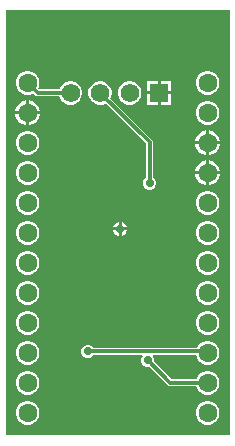
<source format=gbr>
%TF.GenerationSoftware,Altium Limited,Altium Designer,23.7.1 (13)*%
G04 Layer_Physical_Order=2*
G04 Layer_Color=16711680*
%FSLAX45Y45*%
%MOMM*%
%TF.SameCoordinates,324F84FA-45DE-4E37-BCC6-85F6FB8D9206*%
%TF.FilePolarity,Positive*%
%TF.FileFunction,Copper,L2,Bot,Signal*%
%TF.Part,Single*%
G01*
G75*
%TA.AperFunction,Conductor*%
%ADD16C,0.30480*%
%TA.AperFunction,ComponentPad*%
%ADD17C,1.60000*%
%ADD18R,1.57500X1.57500*%
%ADD19C,1.57500*%
%TA.AperFunction,ViaPad*%
%ADD20C,0.70000*%
G36*
X5650000Y2900000D02*
X3750000D01*
Y6500000D01*
X5650000D01*
Y2900000D01*
D02*
G37*
%LPC*%
G36*
X5154153Y5904148D02*
X5062703D01*
Y5812699D01*
X5154153D01*
Y5904148D01*
D02*
G37*
G36*
X5037303D02*
X4945853D01*
Y5812699D01*
X5037303D01*
Y5904148D01*
D02*
G37*
G36*
X5472665Y5984500D02*
X5446335D01*
X5420902Y5977685D01*
X5398099Y5964520D01*
X5379480Y5945901D01*
X5366315Y5923098D01*
X5359500Y5897665D01*
Y5871335D01*
X5366315Y5845902D01*
X5379480Y5823099D01*
X5398099Y5804480D01*
X5420902Y5791315D01*
X5446335Y5784500D01*
X5472665D01*
X5498098Y5791315D01*
X5520901Y5804480D01*
X5539520Y5823099D01*
X5552685Y5845902D01*
X5559500Y5871335D01*
Y5897665D01*
X5552685Y5923098D01*
X5539520Y5945901D01*
X5520901Y5964520D01*
X5498098Y5977685D01*
X5472665Y5984500D01*
D02*
G37*
G36*
X4813001Y5898748D02*
X4787000D01*
X4761885Y5892019D01*
X4739367Y5879018D01*
X4720981Y5860632D01*
X4707980Y5838115D01*
X4701251Y5812999D01*
Y5786998D01*
X4707980Y5761883D01*
X4720981Y5739365D01*
X4739367Y5720979D01*
X4761885Y5707978D01*
X4787000Y5701249D01*
X4813001D01*
X4838117Y5707978D01*
X4860634Y5720979D01*
X4879020Y5739365D01*
X4892021Y5761883D01*
X4898750Y5786998D01*
Y5812999D01*
X4892021Y5838115D01*
X4879020Y5860632D01*
X4860634Y5879018D01*
X4838117Y5892019D01*
X4813001Y5898748D01*
D02*
G37*
G36*
X3948665Y5984500D02*
X3922335D01*
X3896902Y5977685D01*
X3874099Y5964520D01*
X3855480Y5945901D01*
X3842315Y5923098D01*
X3835500Y5897665D01*
Y5871335D01*
X3842315Y5845902D01*
X3855480Y5823099D01*
X3874099Y5804480D01*
X3896902Y5791315D01*
X3922335Y5784500D01*
X3948665D01*
X3974098Y5791315D01*
X3983164Y5796549D01*
X3999858Y5779856D01*
X3999858Y5779855D01*
X4009100Y5773680D01*
X4020002Y5771511D01*
X4020003Y5771511D01*
X4205401D01*
X4207981Y5761883D01*
X4220982Y5739365D01*
X4239368Y5720979D01*
X4261886Y5707978D01*
X4287001Y5701249D01*
X4313002D01*
X4338118Y5707978D01*
X4360635Y5720979D01*
X4379021Y5739365D01*
X4392022Y5761883D01*
X4398751Y5786998D01*
Y5812999D01*
X4392022Y5838115D01*
X4379021Y5860632D01*
X4360635Y5879018D01*
X4338118Y5892019D01*
X4313002Y5898748D01*
X4287001D01*
X4261886Y5892019D01*
X4239368Y5879018D01*
X4220982Y5860632D01*
X4207981Y5838115D01*
X4205401Y5828486D01*
X4031842D01*
X4024127Y5838007D01*
X4028685Y5845902D01*
X4035500Y5871335D01*
Y5897665D01*
X4028685Y5923098D01*
X4015520Y5945901D01*
X3996901Y5964520D01*
X3974098Y5977685D01*
X3948665Y5984500D01*
D02*
G37*
G36*
X5154153Y5787299D02*
X5062703D01*
Y5695849D01*
X5154153D01*
Y5787299D01*
D02*
G37*
G36*
X5037303D02*
X4945853D01*
Y5695849D01*
X5037303D01*
Y5787299D01*
D02*
G37*
G36*
X3949376Y5735900D02*
X3948200D01*
Y5643201D01*
X4040900D01*
Y5644376D01*
X4033717Y5671183D01*
X4019841Y5695217D01*
X4000217Y5714841D01*
X3976183Y5728717D01*
X3949376Y5735900D01*
D02*
G37*
G36*
X3922800D02*
X3921624D01*
X3894817Y5728717D01*
X3870783Y5714841D01*
X3851159Y5695217D01*
X3837283Y5671183D01*
X3830100Y5644376D01*
Y5643201D01*
X3922800D01*
Y5735900D01*
D02*
G37*
G36*
X5472665Y5730500D02*
X5446335D01*
X5420902Y5723685D01*
X5398099Y5710520D01*
X5379480Y5691901D01*
X5366315Y5669098D01*
X5359500Y5643665D01*
Y5617335D01*
X5366315Y5591902D01*
X5379480Y5569099D01*
X5398099Y5550480D01*
X5420902Y5537315D01*
X5446335Y5530500D01*
X5472665D01*
X5498098Y5537315D01*
X5520901Y5550480D01*
X5539520Y5569099D01*
X5552685Y5591902D01*
X5559500Y5617335D01*
Y5643665D01*
X5552685Y5669098D01*
X5539520Y5691901D01*
X5520901Y5710520D01*
X5498098Y5723685D01*
X5472665Y5730500D01*
D02*
G37*
G36*
X4040900Y5617801D02*
X3948200D01*
Y5525100D01*
X3949376D01*
X3976183Y5532283D01*
X4000217Y5546159D01*
X4019841Y5565783D01*
X4033717Y5589817D01*
X4040900Y5616624D01*
Y5617801D01*
D02*
G37*
G36*
X3922800D02*
X3830100D01*
Y5616624D01*
X3837283Y5589817D01*
X3851159Y5565783D01*
X3870783Y5546159D01*
X3894817Y5532283D01*
X3921624Y5525100D01*
X3922800D01*
Y5617801D01*
D02*
G37*
G36*
X5473376Y5481900D02*
X5472200D01*
Y5389201D01*
X5564900D01*
Y5390376D01*
X5557717Y5417183D01*
X5543841Y5441217D01*
X5524217Y5460841D01*
X5500183Y5474717D01*
X5473376Y5481900D01*
D02*
G37*
G36*
X5446800D02*
X5445624D01*
X5418817Y5474717D01*
X5394783Y5460841D01*
X5375159Y5441217D01*
X5361283Y5417183D01*
X5354100Y5390376D01*
Y5389201D01*
X5446800D01*
Y5481900D01*
D02*
G37*
G36*
X3948665Y5476500D02*
X3922335D01*
X3896902Y5469685D01*
X3874099Y5456520D01*
X3855480Y5437901D01*
X3842315Y5415098D01*
X3835500Y5389665D01*
Y5363335D01*
X3842315Y5337902D01*
X3855480Y5315099D01*
X3874099Y5296480D01*
X3896902Y5283315D01*
X3922335Y5276500D01*
X3948665D01*
X3974098Y5283315D01*
X3996901Y5296480D01*
X4015520Y5315099D01*
X4028685Y5337902D01*
X4035500Y5363335D01*
Y5389665D01*
X4028685Y5415098D01*
X4015520Y5437901D01*
X3996901Y5456520D01*
X3974098Y5469685D01*
X3948665Y5476500D01*
D02*
G37*
G36*
X5564900Y5363801D02*
X5472200D01*
Y5271100D01*
X5473376D01*
X5500183Y5278283D01*
X5524217Y5292159D01*
X5543841Y5311783D01*
X5557717Y5335817D01*
X5564900Y5362624D01*
Y5363801D01*
D02*
G37*
G36*
X5446800D02*
X5354100D01*
Y5362624D01*
X5361283Y5335817D01*
X5375159Y5311783D01*
X5394783Y5292159D01*
X5418817Y5278283D01*
X5445624Y5271100D01*
X5446800D01*
Y5363801D01*
D02*
G37*
G36*
X5473376Y5227900D02*
X5472200D01*
Y5135201D01*
X5564900D01*
Y5136376D01*
X5557717Y5163183D01*
X5543841Y5187217D01*
X5524217Y5206841D01*
X5500183Y5220717D01*
X5473376Y5227900D01*
D02*
G37*
G36*
X5446800D02*
X5445624D01*
X5418817Y5220717D01*
X5394783Y5206841D01*
X5375159Y5187217D01*
X5361283Y5163183D01*
X5354100Y5136376D01*
Y5135201D01*
X5446800D01*
Y5227900D01*
D02*
G37*
G36*
X3948665Y5222500D02*
X3922335D01*
X3896902Y5215685D01*
X3874099Y5202520D01*
X3855480Y5183901D01*
X3842315Y5161098D01*
X3835500Y5135665D01*
Y5109335D01*
X3842315Y5083902D01*
X3855480Y5061099D01*
X3874099Y5042480D01*
X3896902Y5029315D01*
X3922335Y5022500D01*
X3948665D01*
X3974098Y5029315D01*
X3996901Y5042480D01*
X4015520Y5061099D01*
X4028685Y5083902D01*
X4035500Y5109335D01*
Y5135665D01*
X4028685Y5161098D01*
X4015520Y5183901D01*
X3996901Y5202520D01*
X3974098Y5215685D01*
X3948665Y5222500D01*
D02*
G37*
G36*
X5564900Y5109801D02*
X5472200D01*
Y5017100D01*
X5473376D01*
X5500183Y5024283D01*
X5524217Y5038159D01*
X5543841Y5057783D01*
X5557717Y5081817D01*
X5564900Y5108624D01*
Y5109801D01*
D02*
G37*
G36*
X5446800D02*
X5354100D01*
Y5108624D01*
X5361283Y5081817D01*
X5375159Y5057783D01*
X5394783Y5038159D01*
X5418817Y5024283D01*
X5445624Y5017100D01*
X5446800D01*
Y5109801D01*
D02*
G37*
G36*
X4562999Y5898748D02*
X4536998D01*
X4511883Y5892019D01*
X4489365Y5879018D01*
X4470979Y5860632D01*
X4457978Y5838115D01*
X4451249Y5812999D01*
Y5786998D01*
X4457978Y5761883D01*
X4470979Y5739365D01*
X4489365Y5720979D01*
X4511883Y5707978D01*
X4536998Y5701249D01*
X4562999D01*
X4588115Y5707978D01*
X4596747Y5712962D01*
X4939753Y5369957D01*
Y5084231D01*
X4937085Y5083126D01*
X4921613Y5067655D01*
X4913240Y5047440D01*
Y5025560D01*
X4921613Y5005345D01*
X4937085Y4989873D01*
X4957300Y4981500D01*
X4979180D01*
X4999395Y4989873D01*
X5014867Y5005345D01*
X5023240Y5025560D01*
Y5047440D01*
X5014867Y5067655D01*
X4999395Y5083126D01*
X4996727Y5084231D01*
Y5381757D01*
X4994559Y5392659D01*
X4988384Y5401901D01*
X4988383Y5401901D01*
X4637035Y5753250D01*
X4642019Y5761883D01*
X4648748Y5786998D01*
Y5812999D01*
X4642019Y5838115D01*
X4629018Y5860632D01*
X4610632Y5879018D01*
X4588115Y5892019D01*
X4562999Y5898748D01*
D02*
G37*
G36*
X5472665Y4968500D02*
X5446335D01*
X5420902Y4961685D01*
X5398099Y4948520D01*
X5379480Y4929901D01*
X5366315Y4907098D01*
X5359500Y4881665D01*
Y4855335D01*
X5366315Y4829902D01*
X5379480Y4807099D01*
X5398099Y4788480D01*
X5420902Y4775315D01*
X5446335Y4768500D01*
X5472665D01*
X5498098Y4775315D01*
X5520901Y4788480D01*
X5539520Y4807099D01*
X5552685Y4829902D01*
X5559500Y4855335D01*
Y4881665D01*
X5552685Y4907098D01*
X5539520Y4929901D01*
X5520901Y4948520D01*
X5498098Y4961685D01*
X5472665Y4968500D01*
D02*
G37*
G36*
X3948665D02*
X3922335D01*
X3896902Y4961685D01*
X3874099Y4948520D01*
X3855480Y4929901D01*
X3842315Y4907098D01*
X3835500Y4881665D01*
Y4855335D01*
X3842315Y4829902D01*
X3855480Y4807099D01*
X3874099Y4788480D01*
X3896902Y4775315D01*
X3922335Y4768500D01*
X3948665D01*
X3974098Y4775315D01*
X3996901Y4788480D01*
X4015520Y4807099D01*
X4028685Y4829902D01*
X4035500Y4855335D01*
Y4881665D01*
X4028685Y4907098D01*
X4015520Y4929901D01*
X3996901Y4948520D01*
X3974098Y4961685D01*
X3948665Y4968500D01*
D02*
G37*
G36*
X4732700Y4710116D02*
Y4662700D01*
X4780116D01*
X4771205Y4684214D01*
X4754214Y4701205D01*
X4732700Y4710116D01*
D02*
G37*
G36*
X4707300D02*
X4685786Y4701205D01*
X4668795Y4684214D01*
X4659884Y4662700D01*
X4707300D01*
Y4710116D01*
D02*
G37*
G36*
X4780116Y4637300D02*
X4732700D01*
Y4589884D01*
X4754214Y4598795D01*
X4771205Y4615786D01*
X4780116Y4637300D01*
D02*
G37*
G36*
X4707300D02*
X4659884D01*
X4668795Y4615786D01*
X4685786Y4598795D01*
X4707300Y4589884D01*
Y4637300D01*
D02*
G37*
G36*
X5472665Y4714500D02*
X5446335D01*
X5420902Y4707685D01*
X5398099Y4694520D01*
X5379480Y4675901D01*
X5366315Y4653098D01*
X5359500Y4627665D01*
Y4601335D01*
X5366315Y4575902D01*
X5379480Y4553099D01*
X5398099Y4534480D01*
X5420902Y4521315D01*
X5446335Y4514500D01*
X5472665D01*
X5498098Y4521315D01*
X5520901Y4534480D01*
X5539520Y4553099D01*
X5552685Y4575902D01*
X5559500Y4601335D01*
Y4627665D01*
X5552685Y4653098D01*
X5539520Y4675901D01*
X5520901Y4694520D01*
X5498098Y4707685D01*
X5472665Y4714500D01*
D02*
G37*
G36*
X3948665D02*
X3922335D01*
X3896902Y4707685D01*
X3874099Y4694520D01*
X3855480Y4675901D01*
X3842315Y4653098D01*
X3835500Y4627665D01*
Y4601335D01*
X3842315Y4575902D01*
X3855480Y4553099D01*
X3874099Y4534480D01*
X3896902Y4521315D01*
X3922335Y4514500D01*
X3948665D01*
X3974098Y4521315D01*
X3996901Y4534480D01*
X4015520Y4553099D01*
X4028685Y4575902D01*
X4035500Y4601335D01*
Y4627665D01*
X4028685Y4653098D01*
X4015520Y4675901D01*
X3996901Y4694520D01*
X3974098Y4707685D01*
X3948665Y4714500D01*
D02*
G37*
G36*
X5472665Y4460500D02*
X5446335D01*
X5420902Y4453685D01*
X5398099Y4440520D01*
X5379480Y4421901D01*
X5366315Y4399098D01*
X5359500Y4373665D01*
Y4347335D01*
X5366315Y4321902D01*
X5379480Y4299099D01*
X5398099Y4280480D01*
X5420902Y4267315D01*
X5446335Y4260500D01*
X5472665D01*
X5498098Y4267315D01*
X5520901Y4280480D01*
X5539520Y4299099D01*
X5552685Y4321902D01*
X5559500Y4347335D01*
Y4373665D01*
X5552685Y4399098D01*
X5539520Y4421901D01*
X5520901Y4440520D01*
X5498098Y4453685D01*
X5472665Y4460500D01*
D02*
G37*
G36*
X3948665D02*
X3922335D01*
X3896902Y4453685D01*
X3874099Y4440520D01*
X3855480Y4421901D01*
X3842315Y4399098D01*
X3835500Y4373665D01*
Y4347335D01*
X3842315Y4321902D01*
X3855480Y4299099D01*
X3874099Y4280480D01*
X3896902Y4267315D01*
X3922335Y4260500D01*
X3948665D01*
X3974098Y4267315D01*
X3996901Y4280480D01*
X4015520Y4299099D01*
X4028685Y4321902D01*
X4035500Y4347335D01*
Y4373665D01*
X4028685Y4399098D01*
X4015520Y4421901D01*
X3996901Y4440520D01*
X3974098Y4453685D01*
X3948665Y4460500D01*
D02*
G37*
G36*
X5472665Y4206500D02*
X5446335D01*
X5420902Y4199685D01*
X5398099Y4186520D01*
X5379480Y4167901D01*
X5366315Y4145098D01*
X5359500Y4119665D01*
Y4093335D01*
X5366315Y4067902D01*
X5379480Y4045099D01*
X5398099Y4026480D01*
X5420902Y4013315D01*
X5446335Y4006500D01*
X5472665D01*
X5498098Y4013315D01*
X5520901Y4026480D01*
X5539520Y4045099D01*
X5552685Y4067902D01*
X5559500Y4093335D01*
Y4119665D01*
X5552685Y4145098D01*
X5539520Y4167901D01*
X5520901Y4186520D01*
X5498098Y4199685D01*
X5472665Y4206500D01*
D02*
G37*
G36*
X3948665D02*
X3922335D01*
X3896902Y4199685D01*
X3874099Y4186520D01*
X3855480Y4167901D01*
X3842315Y4145098D01*
X3835500Y4119665D01*
Y4093335D01*
X3842315Y4067902D01*
X3855480Y4045099D01*
X3874099Y4026480D01*
X3896902Y4013315D01*
X3922335Y4006500D01*
X3948665D01*
X3974098Y4013315D01*
X3996901Y4026480D01*
X4015520Y4045099D01*
X4028685Y4067902D01*
X4035500Y4093335D01*
Y4119665D01*
X4028685Y4145098D01*
X4015520Y4167901D01*
X3996901Y4186520D01*
X3974098Y4199685D01*
X3948665Y4206500D01*
D02*
G37*
G36*
X5472665Y3952500D02*
X5446335D01*
X5420902Y3945685D01*
X5398099Y3932520D01*
X5379480Y3913901D01*
X5366315Y3891098D01*
X5359500Y3865665D01*
Y3839335D01*
X5366315Y3813902D01*
X5379480Y3791099D01*
X5398099Y3772480D01*
X5420902Y3759315D01*
X5446335Y3752500D01*
X5472665D01*
X5498098Y3759315D01*
X5520901Y3772480D01*
X5539520Y3791099D01*
X5552685Y3813902D01*
X5559500Y3839335D01*
Y3865665D01*
X5552685Y3891098D01*
X5539520Y3913901D01*
X5520901Y3932520D01*
X5498098Y3945685D01*
X5472665Y3952500D01*
D02*
G37*
G36*
X3948665D02*
X3922335D01*
X3896902Y3945685D01*
X3874099Y3932520D01*
X3855480Y3913901D01*
X3842315Y3891098D01*
X3835500Y3865665D01*
Y3839335D01*
X3842315Y3813902D01*
X3855480Y3791099D01*
X3874099Y3772480D01*
X3896902Y3759315D01*
X3922335Y3752500D01*
X3948665D01*
X3974098Y3759315D01*
X3996901Y3772480D01*
X4015520Y3791099D01*
X4028685Y3813902D01*
X4035500Y3839335D01*
Y3865665D01*
X4028685Y3891098D01*
X4015520Y3913901D01*
X3996901Y3932520D01*
X3974098Y3945685D01*
X3948665Y3952500D01*
D02*
G37*
G36*
X5472665Y3698500D02*
X5446335D01*
X5420902Y3691685D01*
X5398099Y3678520D01*
X5379480Y3659901D01*
X5368202Y3640367D01*
X4493732D01*
X4492627Y3643035D01*
X4477156Y3658507D01*
X4456941Y3666880D01*
X4435061D01*
X4414846Y3658507D01*
X4399374Y3643035D01*
X4391001Y3622820D01*
Y3600940D01*
X4399374Y3580725D01*
X4414846Y3565253D01*
X4435061Y3556880D01*
X4456941D01*
X4477156Y3565253D01*
X4492627Y3580725D01*
X4493732Y3583393D01*
X4905971D01*
X4911232Y3570693D01*
X4907374Y3566835D01*
X4899001Y3546620D01*
Y3524740D01*
X4907374Y3504525D01*
X4922846Y3489053D01*
X4943061Y3480680D01*
X4964941D01*
X4967608Y3481785D01*
X5125037Y3324356D01*
X5125038Y3324356D01*
X5134280Y3318180D01*
X5145181Y3316012D01*
X5363606D01*
X5366315Y3305902D01*
X5379480Y3283099D01*
X5398099Y3264480D01*
X5420902Y3251315D01*
X5446335Y3244500D01*
X5472665D01*
X5498098Y3251315D01*
X5520901Y3264480D01*
X5539520Y3283099D01*
X5552685Y3305902D01*
X5559500Y3331335D01*
Y3357665D01*
X5552685Y3383098D01*
X5539520Y3405901D01*
X5520901Y3424520D01*
X5498098Y3437685D01*
X5472665Y3444500D01*
X5446335D01*
X5420902Y3437685D01*
X5398099Y3424520D01*
X5379480Y3405901D01*
X5366315Y3383098D01*
X5363605Y3372987D01*
X5156981D01*
X5007896Y3522072D01*
X5009001Y3524740D01*
Y3546620D01*
X5000627Y3566835D01*
X4996770Y3570693D01*
X5002030Y3583393D01*
X5360021D01*
X5366315Y3559902D01*
X5379480Y3537099D01*
X5398099Y3518480D01*
X5420902Y3505315D01*
X5446335Y3498500D01*
X5472665D01*
X5498098Y3505315D01*
X5520901Y3518480D01*
X5539520Y3537099D01*
X5552685Y3559902D01*
X5559500Y3585335D01*
Y3611665D01*
X5552685Y3637098D01*
X5539520Y3659901D01*
X5520901Y3678520D01*
X5498098Y3691685D01*
X5472665Y3698500D01*
D02*
G37*
G36*
X3948665D02*
X3922335D01*
X3896902Y3691685D01*
X3874099Y3678520D01*
X3855480Y3659901D01*
X3842315Y3637098D01*
X3835500Y3611665D01*
Y3585335D01*
X3842315Y3559902D01*
X3855480Y3537099D01*
X3874099Y3518480D01*
X3896902Y3505315D01*
X3922335Y3498500D01*
X3948665D01*
X3974098Y3505315D01*
X3996901Y3518480D01*
X4015520Y3537099D01*
X4028685Y3559902D01*
X4035500Y3585335D01*
Y3611665D01*
X4028685Y3637098D01*
X4015520Y3659901D01*
X3996901Y3678520D01*
X3974098Y3691685D01*
X3948665Y3698500D01*
D02*
G37*
G36*
Y3444500D02*
X3922335D01*
X3896902Y3437685D01*
X3874099Y3424520D01*
X3855480Y3405901D01*
X3842315Y3383098D01*
X3835500Y3357665D01*
Y3331335D01*
X3842315Y3305902D01*
X3855480Y3283099D01*
X3874099Y3264480D01*
X3896902Y3251315D01*
X3922335Y3244500D01*
X3948665D01*
X3974098Y3251315D01*
X3996901Y3264480D01*
X4015520Y3283099D01*
X4028685Y3305902D01*
X4035500Y3331335D01*
Y3357665D01*
X4028685Y3383098D01*
X4015520Y3405901D01*
X3996901Y3424520D01*
X3974098Y3437685D01*
X3948665Y3444500D01*
D02*
G37*
G36*
X5472665Y3190500D02*
X5446335D01*
X5420902Y3183685D01*
X5398099Y3170520D01*
X5379480Y3151901D01*
X5366315Y3129098D01*
X5359500Y3103665D01*
Y3077335D01*
X5366315Y3051902D01*
X5379480Y3029099D01*
X5398099Y3010480D01*
X5420902Y2997315D01*
X5446335Y2990500D01*
X5472665D01*
X5498098Y2997315D01*
X5520901Y3010480D01*
X5539520Y3029099D01*
X5552685Y3051902D01*
X5559500Y3077335D01*
Y3103665D01*
X5552685Y3129098D01*
X5539520Y3151901D01*
X5520901Y3170520D01*
X5498098Y3183685D01*
X5472665Y3190500D01*
D02*
G37*
G36*
X3948665D02*
X3922335D01*
X3896902Y3183685D01*
X3874099Y3170520D01*
X3855480Y3151901D01*
X3842315Y3129098D01*
X3835500Y3103665D01*
Y3077335D01*
X3842315Y3051902D01*
X3855480Y3029099D01*
X3874099Y3010480D01*
X3896902Y2997315D01*
X3922335Y2990500D01*
X3948665D01*
X3974098Y2997315D01*
X3996901Y3010480D01*
X4015520Y3029099D01*
X4028685Y3051902D01*
X4035500Y3077335D01*
Y3103665D01*
X4028685Y3129098D01*
X4015520Y3151901D01*
X3996901Y3170520D01*
X3974098Y3183685D01*
X3948665Y3190500D01*
D02*
G37*
%LPD*%
D16*
X4020002Y5799999D02*
X4300002D01*
X3935501Y5884499D02*
X4020002Y5799999D01*
X4446001Y3611880D02*
X5446121D01*
X5459501Y3598499D01*
X4968240Y5036500D02*
Y5381757D01*
X4549999Y5799999D02*
X4968240Y5381757D01*
X5145181Y3344499D02*
X5459501D01*
X4954001Y3535680D02*
X5145181Y3344499D01*
D17*
X5459500Y3090500D02*
D03*
X3935500Y5884500D02*
D03*
Y5630500D02*
D03*
Y5376500D02*
D03*
Y5122500D02*
D03*
Y4868500D02*
D03*
Y4614500D02*
D03*
Y4360500D02*
D03*
Y4106500D02*
D03*
Y3852500D02*
D03*
Y3598500D02*
D03*
Y3344500D02*
D03*
X5459500D02*
D03*
Y3598500D02*
D03*
Y3852500D02*
D03*
Y4106500D02*
D03*
Y4360500D02*
D03*
Y4614500D02*
D03*
Y4868500D02*
D03*
Y5122500D02*
D03*
Y5376500D02*
D03*
Y5630500D02*
D03*
Y5884500D02*
D03*
X3935500Y3090500D02*
D03*
D18*
X5050003Y5799999D02*
D03*
D19*
X4800001D02*
D03*
X4549999D02*
D03*
X4300002D02*
D03*
D20*
X4720000Y4650000D02*
D03*
X4446001Y3611880D02*
D03*
X4968240Y5036500D02*
D03*
X4954001Y3535680D02*
D03*
%TF.MD5,d58308d671ebaa663ebc292e874b7e07*%
M02*

</source>
